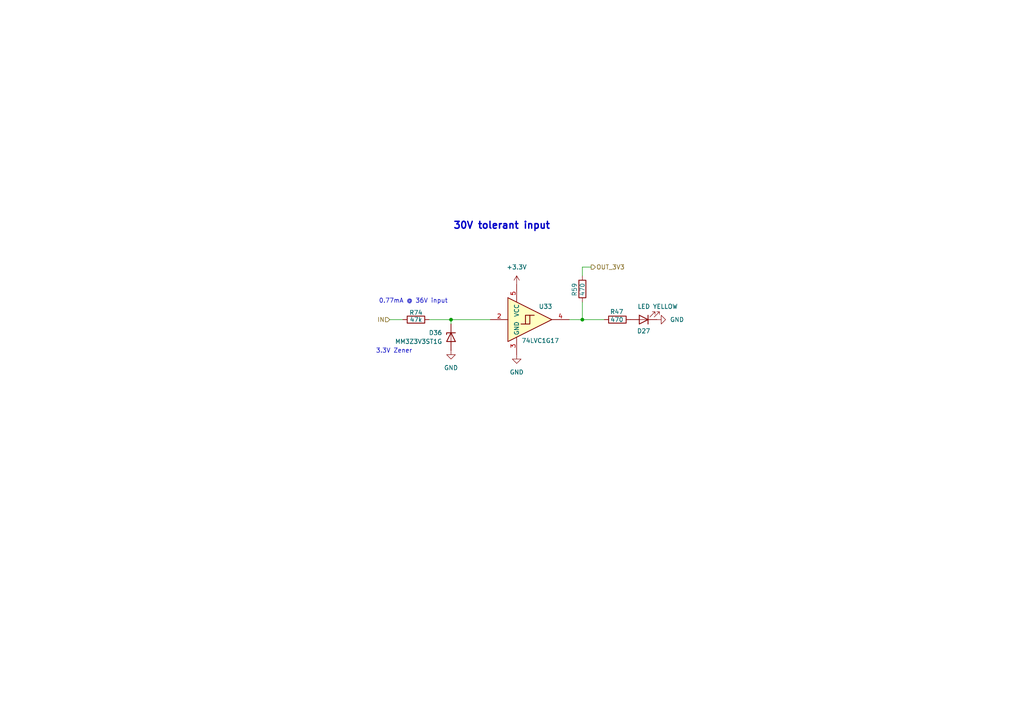
<source format=kicad_sch>
(kicad_sch (version 20250114) (generator "eeschema") (generator_version "9.0")
  (paper "A4")
  (title_block (title "ChargeBridge Eval Board") (date "2025-07-15") (rev "1.1") (company "Pionix GmbH") (comment 1 "Cornelius Claussen / Jonas Rockstroh") (comment 2 "License: CERN-OHL-P"))
  (lib_symbols
    (symbol "cb-eval-lib:74LVC1G17"
      (property "Reference" "U" (at 0 3.81 0))
      (property "Value" "74LVC1G17" (at 0 -3.81 0))
      (symbol "74LVC1G17_0_1"
        (polyline (pts (xy -7.62 6.35) (xy -7.62 -6.35) (xy 5.08 0) (xy -7.62 6.35)) (stroke (width 0.254)) (fill (type background)))
        (polyline (pts (xy -3.81 -1.27) (xy -2.54 -1.27) (xy -2.54 1.27) (xy -1.27 1.27)) (stroke (width 0.254)) (fill (type background)))
        (polyline (pts (xy -2.54 -1.27) (xy -1.27 -1.27) (xy -1.27 1.27) (xy 0 1.27)) (stroke (width 0.254)) (fill (type background)))
      )
      (symbol "74LVC1G17_1_1"
        (pin input line (at -12.7 0 0) (length 5.08) (name "~") (number "2"))
        (pin no_connect line (at -7.62 5.08 180) (length 5.08) (hide yes) (name "NC") (number "1"))
        (pin power_in line (at -5.08 10.16 270) (length 5.08) (name "VCC") (number "5"))
        (pin power_in line (at -5.08 -10.16 90) (length 5.08) (name "GND") (number "3"))
        (pin output line (at 10.16 0 180) (length 5.08) (name "~") (number "4"))
      )
    )
    (symbol "cb-eval-lib:D_Zener" (pin_numbers (hide yes)) (pin_names (offset 1.016) (hide yes))
      (property "Reference" "D" (at 0 2.54 0))
      (property "Value" "D_Zener" (at 0 -2.54 0))
      (symbol "D_Zener_0_1"
        (polyline (pts (xy -1.27 -1.27) (xy -1.27 1.27) (xy -0.762 1.27)) (stroke (width 0.254)))
        (polyline (pts (xy 1.27 0) (xy -1.27 0)))
        (polyline (pts (xy 1.27 -1.27) (xy 1.27 1.27) (xy -1.27 0) (xy 1.27 -1.27)) (stroke (width 0.254)))
      )
      (symbol "D_Zener_1_1"
        (pin passive line (at -3.81 0 0) (length 2.54) (name "K") (number "1"))
        (pin passive line (at 3.81 0 180) (length 2.54) (name "A") (number "2"))
      )
    )
    (symbol "cb-eval-lib:LED" (pin_numbers (hide yes)) (pin_names (offset 1.016) (hide yes))
      (property "Reference" "D" (at 0 2.54 0))
      (property "Value" "LED" (at 0 -2.54 0))
      (symbol "LED_0_1"
        (polyline (pts (xy -3.048 -0.762) (xy -4.572 -2.286) (xy -3.81 -2.286) (xy -4.572 -2.286) (xy -4.572 -1.524)))
        (polyline (pts (xy -1.778 -0.762) (xy -3.302 -2.286) (xy -2.54 -2.286) (xy -3.302 -2.286) (xy -3.302 -1.524)))
        (polyline (pts (xy -1.27 0) (xy 1.27 0)))
        (polyline (pts (xy -1.27 -1.27) (xy -1.27 1.27)) (stroke (width 0.254)))
        (polyline (pts (xy 1.27 -1.27) (xy 1.27 1.27) (xy -1.27 0) (xy 1.27 -1.27)) (stroke (width 0.254)))
      )
      (symbol "LED_1_1"
        (pin passive line (at -3.81 0 0) (length 2.54) (name "K") (number "1"))
        (pin passive line (at 3.81 0 180) (length 2.54) (name "A") (number "2"))
      )
    )
    (symbol "cb-eval-lib:R" (pin_numbers (hide yes)) (pin_names (offset 0))
      (property "Reference" "R" (at 2.032 0 90))
      (property "Value" "R" (at 0 0 90))
      (symbol "R_0_1"
        (rectangle (start -1.016 -2.54) (end 1.016 2.54) (stroke (width 0.254)))
      )
      (symbol "R_1_1"
        (pin passive line (at 0 3.81 270) (length 1.27) (name "~") (number "1"))
        (pin passive line (at 0 -3.81 90) (length 1.27) (name "~") (number "2"))
      )
    )
    (symbol "power:+3.3V" (power) (pin_numbers (hide yes)) (pin_names (offset 0) (hide yes))
      (property "Value" "+3.3V" (at 0 3.556 0))
      (symbol "+3.3V_0_1"
        (polyline (pts (xy -0.762 1.27) (xy 0 2.54)))
        (polyline (pts (xy 0 2.54) (xy 0.762 1.27)))
        (polyline (pts (xy 0 0) (xy 0 2.54)))
      )
      (symbol "+3.3V_1_1"
        (pin power_in line (at 0 0 90) (length 0) (name "~") (number "1"))
      )
    )
    (symbol "power:GND" (power) (pin_numbers (hide yes)) (pin_names (offset 0) (hide yes))
      (property "Value" "GND" (at 0 -3.81 0))
      (symbol "GND_0_1"
        (polyline (pts (xy 0 0) (xy 0 -1.27) (xy 1.27 -1.27) (xy 0 -2.54) (xy -1.27 -1.27) (xy 0 -1.27)))
      )
      (symbol "GND_1_1"
        (pin power_in line (at 0 0 270) (length 0) (name "~") (number "1"))
      )
    )
  )
  (text "3.3V Zener" (at 114.3 101.854 0) (effects (font (size 1.27 1.27))))
  (text "0.77mA @ 36V input" (at 119.888 87.376 0) (effects (font (size 1.27 1.27))))
  (text "30V tolerant input" (at 145.542 65.532 0) (effects (font (size 2 2) (thickness 0.4) (bold yes))))
  (junction (at 130.81 92.71))
  (junction (at 168.91 92.71))
  (wire (pts (xy 130.81 92.71) (xy 142.24 92.71)))
  (wire (pts (xy 165.1 92.71) (xy 168.91 92.71)))
  (wire (pts (xy 171.45 77.47) (xy 168.91 77.47)))
  (wire (pts (xy 113.03 92.71) (xy 116.84 92.71)))
  (wire (pts (xy 168.91 87.63) (xy 168.91 92.71)))
  (wire (pts (xy 168.91 77.47) (xy 168.91 80.01)))
  (wire (pts (xy 124.46 92.71) (xy 130.81 92.71)))
  (wire (pts (xy 130.81 92.71) (xy 130.81 93.98)))
  (wire (pts (xy 168.91 92.71) (xy 175.26 92.71)))
  (hierarchical_label "IN" (shape input) (at 113.03 92.71 180))
  (hierarchical_label "OUT_3V3" (shape output) (at 171.45 77.47 0))
  (symbol (lib_id "power:GND") (at 130.81 101.6 0) (mirror y) (unit 1)
    (property "Reference" "#PWR072" (effects (hide yes)))
    (property "Value" "GND" (at 130.81 106.68 0))
    (property "Description" "Power symbol creates a global label with name \"GND\" , ground" (effects (hide yes)))
    (instances (project "som-devkit" (path "" (reference "#PWR0114") (unit 1)) (path "" (reference "#PWR0110") (unit 1)) (path "" (reference "#PWR0106") (unit 1)) (path "" (reference "#PWR084") (unit 1)) (path "" (reference "#PWR092") (unit 1)) (path "" (reference "#PWR0144") (unit 1)) (path "" (reference "#PWR080") (unit 1)) (path "" (reference "#PWR088") (unit 1)) (path "" (reference "#PWR072") (unit 1)) (path "" (reference "#PWR076") (unit 1))))
  )
  (symbol (lib_id "cb-eval-lib:D_Zener") (at 130.81 97.79 90) (mirror x) (unit 1)
    (property "Reference" "D20" (at 128.27 96.5199 90) (effects (justify left)))
    (property "Value" "MM3Z3V3ST1G" (at 128.27 99.0599 90) (effects (justify left)))
    (property "Footprint" "Diode_SMD:D_SOD-323" (effects (hide yes)))
    (property "Description" "Zener diode" (effects (hide yes)))
    (property "Digikey" "MM3Z3V3ST1GOSCT-ND" (effects (hide yes)))
    (property "MPN" "MM3Z3V3ST1G" (effects (hide yes)))
    (property "Manufacturer" "onsemi" (effects (hide yes)))
    (instances (project "som-devkit" (path "" (reference "D36") (unit 1)) (path "" (reference "D34") (unit 1)) (path "" (reference "D32") (unit 1)) (path "" (reference "D26") (unit 1)) (path "" (reference "D30") (unit 1)) (path "" (reference "D38") (unit 1)) (path "" (reference "D24") (unit 1)) (path "" (reference "D28") (unit 1)) (path "" (reference "D20") (unit 1)) (path "" (reference "D22") (unit 1))))
  )
  (symbol (lib_id "cb-eval-lib:LED") (at 186.69 92.71 180) (unit 1)
    (property "Reference" "D11" (at 186.69 96.012 0))
    (property "Value" "LED YELLOW" (at 190.754 88.9 0))
    (property "Footprint" "LED_SMD:LED_0603_1608Metric" (effects (hide yes)))
    (property "Description" "Light emitting diode" (effects (hide yes)))
    (property "Digikey" "732-150060AS75000CT-ND" (effects (hide yes)))
    (property "MPN" "150060AS75000" (effects (hide yes)))
    (property "Manufacturer" "Würth Elektronik" (effects (hide yes)))
    (property "Sim.Pins" "1=K 2=A" (effects (hide yes)))
    (instances (project "som-devkit" (path "" (reference "D27") (unit 1)) (path "" (reference "D25") (unit 1)) (path "" (reference "D23") (unit 1)) (path "" (reference "D18") (unit 1)) (path "" (reference "D21") (unit 1)) (path "" (reference "D29") (unit 1)) (path "" (reference "D17") (unit 1)) (path "" (reference "D19") (unit 1)) (path "" (reference "D11") (unit 1)) (path "" (reference "D12") (unit 1))))
  )
  (symbol (lib_id "power:GND") (at 149.86 102.87 0) (unit 1)
    (property "Reference" "#PWR0113" (effects (hide yes)))
    (property "Value" "GND" (at 149.86 107.95 0))
    (property "Description" "Power symbol creates a global label with name \"GND\" , ground" (effects (hide yes)))
    (instances (project "" (path "" (reference "#PWR0142") (unit 1)) (path "" (reference "#PWR0141") (unit 1)) (path "" (reference "#PWR0139") (unit 1)) (path "" (reference "#PWR0117") (unit 1)) (path "" (reference "#PWR0138") (unit 1)) (path "" (reference "#PWR0143") (unit 1)) (path "" (reference "#PWR0116") (unit 1)) (path "" (reference "#PWR0118") (unit 1)) (path "" (reference "#PWR0113") (unit 1)) (path "" (reference "#PWR0115") (unit 1))))
  )
  (symbol (lib_id "power:+3.3V") (at 149.86 82.55 0) (unit 1)
    (property "Reference" "#PWR0101" (effects (hide yes)))
    (property "Value" "+3.3V" (at 149.86 77.47 0))
    (property "Description" "Power symbol creates a global label with name \"+3.3V\"" (effects (hide yes)))
    (instances (project "" (path "" (reference "#PWR0111") (unit 1)) (path "" (reference "#PWR0109") (unit 1)) (path "" (reference "#PWR0108") (unit 1)) (path "" (reference "#PWR0104") (unit 1)) (path "" (reference "#PWR0107") (unit 1)) (path "" (reference "#PWR0112") (unit 1)) (path "" (reference "#PWR0103") (unit 1)) (path "" (reference "#PWR0105") (unit 1)) (path "" (reference "#PWR0101") (unit 1)) (path "" (reference "#PWR0102") (unit 1))))
  )
  (symbol (lib_id "power:GND") (at 190.5 92.71 90) (unit 1)
    (property "Reference" "#PWR083" (effects (hide yes)))
    (property "Value" "GND" (at 194.31 92.7099 90) (effects (justify right)))
    (property "Description" "Power symbol creates a global label with name \"GND\" , ground" (effects (hide yes)))
    (instances (project "som-devkit" (path "" (reference "#PWR094") (unit 1)) (path "" (reference "#PWR093") (unit 1)) (path "" (reference "#PWR091") (unit 1)) (path "" (reference "#PWR087") (unit 1)) (path "" (reference "#PWR090") (unit 1)) (path "" (reference "#PWR095") (unit 1)) (path "" (reference "#PWR086") (unit 1)) (path "" (reference "#PWR089") (unit 1)) (path "" (reference "#PWR083") (unit 1)) (path "" (reference "#PWR085") (unit 1))))
  )
  (symbol (lib_id "cb-eval-lib:R") (at 168.91 83.82 180) (unit 1)
    (property "Reference" "R1" (at 166.624 82.042 90) (effects (justify left)))
    (property "Value" "470" (at 168.91 82.042 90) (effects (justify left)))
    (property "Footprint" "Resistor_SMD:R_0603_1608Metric" (effects (hide yes)))
    (property "Description" "Resistor" (effects (hide yes)))
    (property "Digikey" "RMCF0603FT470RCT-ND" (effects (hide yes)))
    (property "MPN" "RMCF0603FT470R" (effects (hide yes)))
    (property "Manufacturer" "Stackpole Electronics Inc" (effects (hide yes)))
    (instances (project "som-devkit" (path "" (reference "R59") (unit 1)) (path "" (reference "R22") (unit 1)) (path "" (reference "R21") (unit 1)) (path "" (reference "R7") (unit 1)) (path "" (reference "R20") (unit 1)) (path "" (reference "R61") (unit 1)) (path "" (reference "R3") (unit 1)) (path "" (reference "R19") (unit 1)) (path "" (reference "R1") (unit 1)) (path "" (reference "R2") (unit 1))))
  )
  (symbol (lib_id "cb-eval-lib:74LVC1G17") (at 154.94 92.71 0) (unit 1)
    (property "Reference" "U25" (at 158.242 88.9 0))
    (property "Value" "74LVC1G17" (at 156.718 98.806 0))
    (property "Footprint" "Package_TO_SOT_SMD:SOT-353_SC-70-5" (effects (hide yes)))
    (property "Datasheet" "https://www.ti.com/lit/ds/symlink/sn74lvc1g17.pdf" (effects (hide yes)))
    (property "Description" "Single Schmitt Buffer Gate, Low-Voltage CMOS" (effects (hide yes)))
    (property "MPN" "SN74LVC1G17DCKR" (effects (hide yes)))
    (property "Manufacturer" "Texas Instruments" (effects (hide yes)))
    (property "Digikey" "296-11934-1-ND" (effects (hide yes)))
    (instances (project "" (path "" (reference "U33") (unit 1)) (path "" (reference "U32") (unit 1)) (path "" (reference "U31") (unit 1)) (path "" (reference "U28") (unit 1)) (path "" (reference "U30") (unit 1)) (path "" (reference "U34") (unit 1)) (path "" (reference "U27") (unit 1)) (path "" (reference "U29") (unit 1)) (path "" (reference "U25") (unit 1)) (path "" (reference "U26") (unit 1))))
  )
  (symbol (lib_id "cb-eval-lib:R") (at 120.65 92.71 270) (mirror x) (unit 1)
    (property "Reference" "R40" (at 120.65 90.678 90))
    (property "Value" "47k" (at 120.65 92.71 90))
    (property "Footprint" "Resistor_SMD:R_0603_1608Metric" (effects (hide yes)))
    (property "Description" "Resistor" (effects (hide yes)))
    (property "Digikey" "RMCF0603FT47K0CT-ND" (effects (hide yes)))
    (property "MPN" "RMCF0603FT47K0" (effects (hide yes)))
    (property "Manufacturer" "Stackpole Electronics Inc" (effects (hide yes)))
    (instances (project "som-devkit" (path "" (reference "R74") (unit 1)) (path "" (reference "R71") (unit 1)) (path "" (reference "R68") (unit 1)) (path "" (reference "R49") (unit 1)) (path "" (reference "R55") (unit 1)) (path "" (reference "R99") (unit 1)) (path "" (reference "R46") (unit 1)) (path "" (reference "R52") (unit 1)) (path "" (reference "R40") (unit 1)) (path "" (reference "R43") (unit 1))))
  )
  (symbol (lib_id "cb-eval-lib:R") (at 179.07 92.71 90) (unit 1)
    (property "Reference" "R28" (at 180.848 90.424 90) (effects (justify left)))
    (property "Value" "470" (at 180.848 92.71 90) (effects (justify left)))
    (property "Footprint" "Resistor_SMD:R_0603_1608Metric" (effects (hide yes)))
    (property "Description" "Resistor" (effects (hide yes)))
    (property "Digikey" "RMCF0603FT470RCT-ND" (effects (hide yes)))
    (property "MPN" "RMCF0603FT470R" (effects (hide yes)))
    (property "Manufacturer" "Stackpole Electronics Inc" (effects (hide yes)))
    (instances (project "som-devkit" (path "" (reference "R47") (unit 1)) (path "" (reference "R45") (unit 1)) (path "" (reference "R44") (unit 1)) (path "" (reference "R39") (unit 1)) (path "" (reference "R42") (unit 1)) (path "" (reference "R48") (unit 1)) (path "" (reference "R38") (unit 1)) (path "" (reference "R41") (unit 1)) (path "" (reference "R28") (unit 1)) (path "" (reference "R37") (unit 1))))
  )
)
</source>
